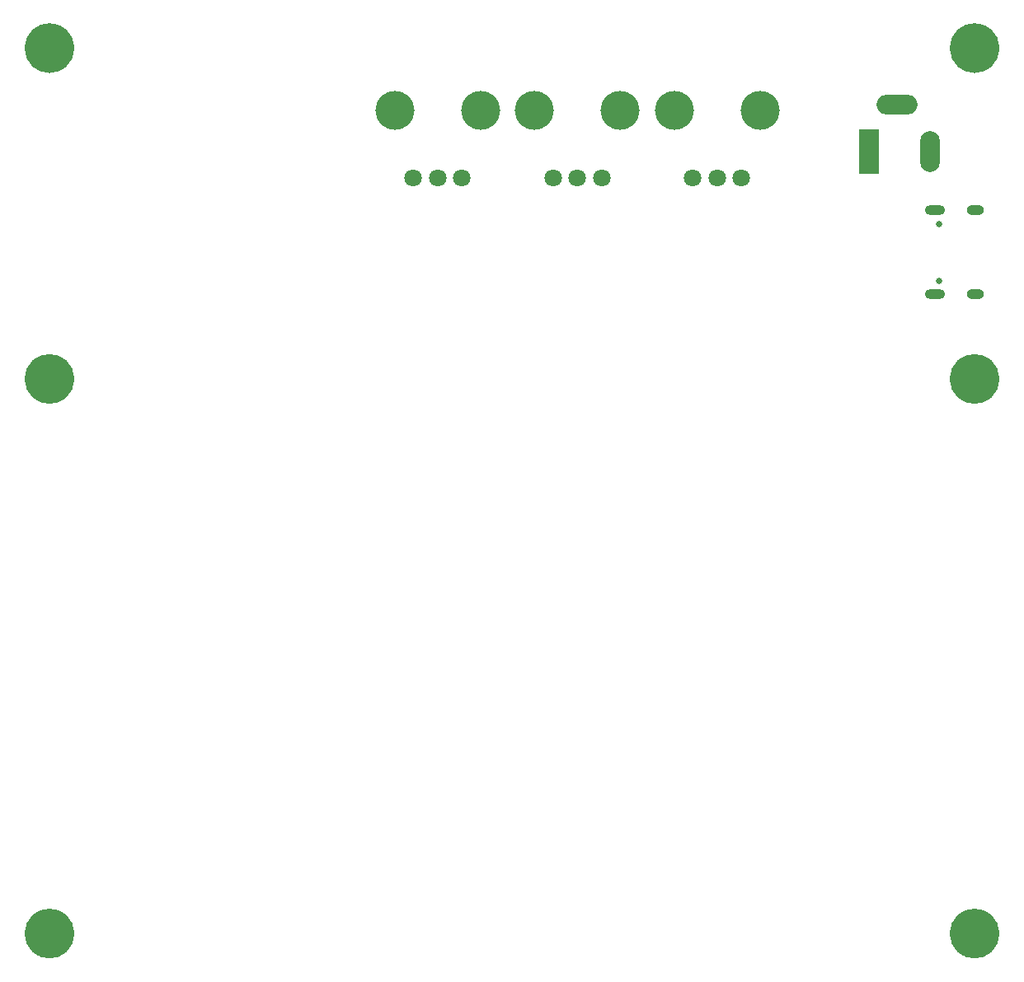
<source format=gbs>
G04 #@! TF.GenerationSoftware,KiCad,Pcbnew,8.0.4*
G04 #@! TF.CreationDate,2024-08-02T19:36:34-07:00*
G04 #@! TF.ProjectId,backlight,6261636b-6c69-4676-9874-2e6b69636164,rev?*
G04 #@! TF.SameCoordinates,Original*
G04 #@! TF.FileFunction,Soldermask,Bot*
G04 #@! TF.FilePolarity,Negative*
%FSLAX46Y46*%
G04 Gerber Fmt 4.6, Leading zero omitted, Abs format (unit mm)*
G04 Created by KiCad (PCBNEW 8.0.4) date 2024-08-02 19:36:34*
%MOMM*%
%LPD*%
G01*
G04 APERTURE LIST*
%ADD10C,2.575000*%
%ADD11C,4.000000*%
%ADD12C,1.800000*%
%ADD13C,2.200000*%
%ADD14O,1.800000X1.000000*%
%ADD15O,2.100000X1.000000*%
%ADD16C,0.650000*%
%ADD17O,4.200000X2.000000*%
%ADD18O,2.000000X4.200000*%
%ADD19R,2.000000X4.600000*%
G04 APERTURE END LIST*
D10*
X180787500Y-88500000D02*
G75*
G02*
X178212500Y-88500000I-1287500J0D01*
G01*
X178212500Y-88500000D02*
G75*
G02*
X180787500Y-88500000I1287500J0D01*
G01*
X85787500Y-88500000D02*
G75*
G02*
X83212500Y-88500000I-1287500J0D01*
G01*
X83212500Y-88500000D02*
G75*
G02*
X85787500Y-88500000I1287500J0D01*
G01*
X85787500Y-54500000D02*
G75*
G02*
X83212500Y-54500000I-1287500J0D01*
G01*
X83212500Y-54500000D02*
G75*
G02*
X85787500Y-54500000I1287500J0D01*
G01*
X85787500Y-145500000D02*
G75*
G02*
X83212500Y-145500000I-1287500J0D01*
G01*
X83212500Y-145500000D02*
G75*
G02*
X85787500Y-145500000I1287500J0D01*
G01*
X180787500Y-145500000D02*
G75*
G02*
X178212500Y-145500000I-1287500J0D01*
G01*
X178212500Y-145500000D02*
G75*
G02*
X180787500Y-145500000I1287500J0D01*
G01*
X180787500Y-54500000D02*
G75*
G02*
X178212500Y-54500000I-1287500J0D01*
G01*
X178212500Y-54500000D02*
G75*
G02*
X180787500Y-54500000I1287500J0D01*
G01*
D11*
X148667843Y-60870000D03*
X157467843Y-60870000D03*
D12*
X155567843Y-67870000D03*
X153067843Y-67870000D03*
X150567843Y-67870000D03*
D11*
X134317843Y-60870000D03*
X143117843Y-60870000D03*
D12*
X141217843Y-67870000D03*
X138717843Y-67870000D03*
X136217843Y-67870000D03*
D11*
X119967843Y-60870000D03*
X128767843Y-60870000D03*
D12*
X126867843Y-67870000D03*
X124367843Y-67870000D03*
X121867843Y-67870000D03*
D13*
X179500000Y-88500000D03*
X84500000Y-88500000D03*
X84500000Y-54500000D03*
X84500000Y-145500000D03*
D14*
X179575000Y-71180000D03*
D15*
X175395000Y-71180000D03*
D14*
X179575000Y-79820000D03*
D15*
X175395000Y-79820000D03*
D16*
X175895000Y-72610000D03*
X175895000Y-78390000D03*
D17*
X171550000Y-60350000D03*
D18*
X174950000Y-65150000D03*
D19*
X168650000Y-65150000D03*
D13*
X179500000Y-145500000D03*
X179500000Y-54500000D03*
M02*

</source>
